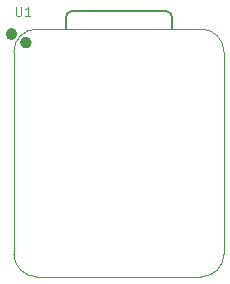
<source format=gbr>
%TF.GenerationSoftware,KiCad,Pcbnew,9.0.3*%
%TF.CreationDate,2025-08-30T15:17:24+02:00*%
%TF.ProjectId,rl_uc_module,726c5f75-635f-46d6-9f64-756c652e6b69,rev?*%
%TF.SameCoordinates,Original*%
%TF.FileFunction,Legend,Top*%
%TF.FilePolarity,Positive*%
%FSLAX46Y46*%
G04 Gerber Fmt 4.6, Leading zero omitted, Abs format (unit mm)*
G04 Created by KiCad (PCBNEW 9.0.3) date 2025-08-30 15:17:24*
%MOMM*%
%LPD*%
G01*
G04 APERTURE LIST*
%ADD10C,0.106680*%
%ADD11C,0.100000*%
%ADD12C,0.127000*%
%ADD13C,0.504000*%
G04 APERTURE END LIST*
D10*
X91256450Y-87616391D02*
X91256450Y-88249698D01*
X91256450Y-88249698D02*
X91293704Y-88324204D01*
X91293704Y-88324204D02*
X91330957Y-88361458D01*
X91330957Y-88361458D02*
X91405464Y-88398711D01*
X91405464Y-88398711D02*
X91554477Y-88398711D01*
X91554477Y-88398711D02*
X91628984Y-88361458D01*
X91628984Y-88361458D02*
X91666237Y-88324204D01*
X91666237Y-88324204D02*
X91703490Y-88249698D01*
X91703490Y-88249698D02*
X91703490Y-87616391D01*
X92485810Y-88398711D02*
X92038770Y-88398711D01*
X92262290Y-88398711D02*
X92262290Y-87616391D01*
X92262290Y-87616391D02*
X92187783Y-87728151D01*
X92187783Y-87728151D02*
X92113277Y-87802658D01*
X92113277Y-87802658D02*
X92038770Y-87839911D01*
D11*
%TO.C,U1*%
X91103636Y-108560000D02*
X91103636Y-91415000D01*
X93008636Y-110465000D02*
X106978636Y-110465000D01*
D12*
X95498636Y-89510000D02*
X95502364Y-88499728D01*
X96002364Y-88000000D02*
X103997636Y-88000000D01*
X104497636Y-88500000D02*
X104497636Y-89510000D01*
D11*
X106978636Y-89510000D02*
X93008636Y-89510000D01*
X108883636Y-108560000D02*
X108883636Y-91415000D01*
X91103636Y-91411000D02*
G75*
G02*
X93008636Y-89506000I1905001J-1D01*
G01*
X93008636Y-110465000D02*
G75*
G02*
X91103636Y-108560000I1J1905001D01*
G01*
D12*
X95502364Y-88499728D02*
G75*
G02*
X96002364Y-88000001I500018J-291D01*
G01*
X103997636Y-88000000D02*
G75*
G02*
X104497630Y-88500000I-6J-500000D01*
G01*
D11*
X106978636Y-89510000D02*
G75*
G02*
X108883630Y-91415000I-6J-1905000D01*
G01*
X108883636Y-108560000D02*
G75*
G02*
X106978636Y-110465006I-1905006J0D01*
G01*
D13*
X91145636Y-89926000D02*
G75*
G02*
X90641636Y-89926000I-252000J0D01*
G01*
X90641636Y-89926000D02*
G75*
G02*
X91145636Y-89926000I252000J0D01*
G01*
X92362636Y-90649000D02*
G75*
G02*
X91858636Y-90649000I-252000J0D01*
G01*
X91858636Y-90649000D02*
G75*
G02*
X92362636Y-90649000I252000J0D01*
G01*
%TD*%
M02*

</source>
